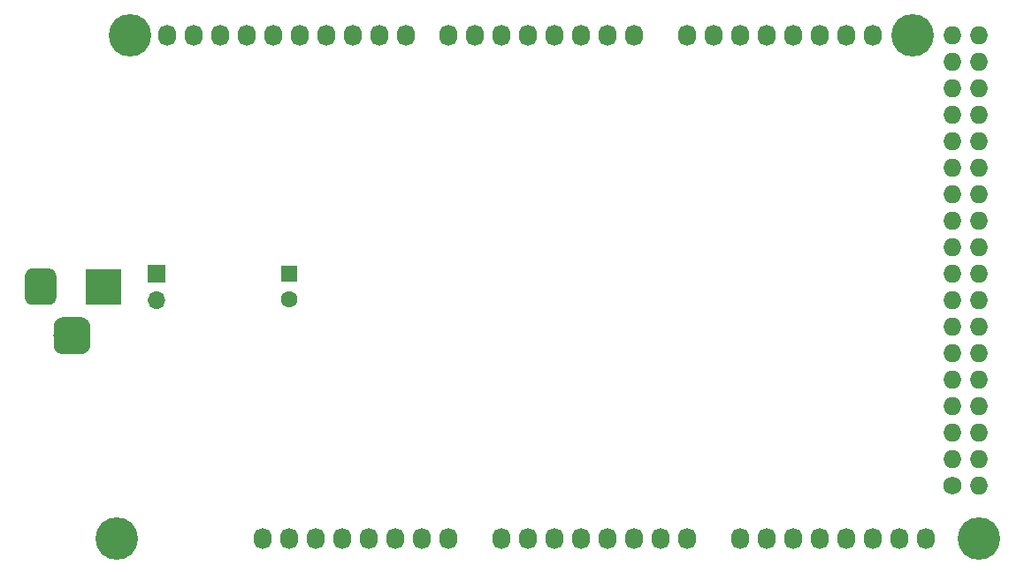
<source format=gbs>
G04 #@! TF.GenerationSoftware,KiCad,Pcbnew,(5.1.2-1)-1*
G04 #@! TF.CreationDate,2019-07-30T03:04:29+09:00*
G04 #@! TF.ProjectId,base-shield,62617365-2d73-4686-9965-6c642e6b6963,rev?*
G04 #@! TF.SameCoordinates,PX6296c50PY74079d0*
G04 #@! TF.FileFunction,Soldermask,Bot*
G04 #@! TF.FilePolarity,Negative*
%FSLAX46Y46*%
G04 Gerber Fmt 4.6, Leading zero omitted, Abs format (unit mm)*
G04 Created by KiCad (PCBNEW (5.1.2-1)-1) date 2019-07-30 03:04:29*
%MOMM*%
%LPD*%
G04 APERTURE LIST*
%ADD10C,1.727200*%
%ADD11O,1.727200X1.727200*%
%ADD12O,1.727200X2.032000*%
%ADD13C,4.064000*%
%ADD14R,1.600000X1.600000*%
%ADD15C,1.600000*%
%ADD16R,3.500000X3.500000*%
%ADD17C,0.100000*%
%ADD18C,3.000000*%
%ADD19C,3.500000*%
%ADD20R,1.700000X1.700000*%
%ADD21O,1.700000X1.700000*%
G04 APERTURE END LIST*
D10*
X93980000Y7620000D03*
D11*
X96520000Y7620000D03*
X93980000Y10160000D03*
X96520000Y10160000D03*
X93980000Y12700000D03*
X96520000Y12700000D03*
X93980000Y15240000D03*
X96520000Y15240000D03*
X93980000Y17780000D03*
X96520000Y17780000D03*
X93980000Y20320000D03*
X96520000Y20320000D03*
X93980000Y22860000D03*
X96520000Y22860000D03*
X93980000Y25400000D03*
X96520000Y25400000D03*
X93980000Y27940000D03*
X96520000Y27940000D03*
X93980000Y30480000D03*
X96520000Y30480000D03*
X93980000Y33020000D03*
X96520000Y33020000D03*
X93980000Y35560000D03*
X96520000Y35560000D03*
X93980000Y38100000D03*
X96520000Y38100000D03*
X93980000Y40640000D03*
X96520000Y40640000D03*
X93980000Y43180000D03*
X96520000Y43180000D03*
X93980000Y45720000D03*
X96520000Y45720000D03*
X93980000Y48260000D03*
X96520000Y48260000D03*
X93980000Y50800000D03*
X96520000Y50800000D03*
D12*
X27940000Y2540000D03*
X30480000Y2540000D03*
X33020000Y2540000D03*
X35560000Y2540000D03*
X38100000Y2540000D03*
X40640000Y2540000D03*
X43180000Y2540000D03*
X45720000Y2540000D03*
X50800000Y2540000D03*
X53340000Y2540000D03*
X55880000Y2540000D03*
X58420000Y2540000D03*
X60960000Y2540000D03*
X63500000Y2540000D03*
X66040000Y2540000D03*
X68580000Y2540000D03*
X73660000Y2540000D03*
X76200000Y2540000D03*
X78740000Y2540000D03*
X81280000Y2540000D03*
X83820000Y2540000D03*
X86360000Y2540000D03*
X88900000Y2540000D03*
X91440000Y2540000D03*
X18796000Y50800000D03*
X21336000Y50800000D03*
X23876000Y50800000D03*
X26416000Y50800000D03*
X28956000Y50800000D03*
X31496000Y50800000D03*
X34036000Y50800000D03*
X36576000Y50800000D03*
X39116000Y50800000D03*
X41656000Y50800000D03*
X45720000Y50800000D03*
X48260000Y50800000D03*
X50800000Y50800000D03*
X53340000Y50800000D03*
X55880000Y50800000D03*
X58420000Y50800000D03*
X60960000Y50800000D03*
X63500000Y50800000D03*
X68580000Y50800000D03*
X71120000Y50800000D03*
X73660000Y50800000D03*
X76200000Y50800000D03*
X78740000Y50800000D03*
X81280000Y50800000D03*
X83820000Y50800000D03*
X86360000Y50800000D03*
D13*
X13970000Y2540000D03*
X96520000Y2540000D03*
X15240000Y50800000D03*
X90170000Y50800000D03*
D14*
X30480000Y27940000D03*
D15*
X30480000Y25440000D03*
D16*
X12700000Y26670000D03*
D17*
G36*
X7523513Y28416389D02*
G01*
X7596318Y28405589D01*
X7667714Y28387705D01*
X7737013Y28362910D01*
X7803548Y28331441D01*
X7866678Y28293602D01*
X7925795Y28249758D01*
X7980330Y28200330D01*
X8029758Y28145795D01*
X8073602Y28086678D01*
X8111441Y28023548D01*
X8142910Y27957013D01*
X8167705Y27887714D01*
X8185589Y27816318D01*
X8196389Y27743513D01*
X8200000Y27670000D01*
X8200000Y25670000D01*
X8196389Y25596487D01*
X8185589Y25523682D01*
X8167705Y25452286D01*
X8142910Y25382987D01*
X8111441Y25316452D01*
X8073602Y25253322D01*
X8029758Y25194205D01*
X7980330Y25139670D01*
X7925795Y25090242D01*
X7866678Y25046398D01*
X7803548Y25008559D01*
X7737013Y24977090D01*
X7667714Y24952295D01*
X7596318Y24934411D01*
X7523513Y24923611D01*
X7450000Y24920000D01*
X5950000Y24920000D01*
X5876487Y24923611D01*
X5803682Y24934411D01*
X5732286Y24952295D01*
X5662987Y24977090D01*
X5596452Y25008559D01*
X5533322Y25046398D01*
X5474205Y25090242D01*
X5419670Y25139670D01*
X5370242Y25194205D01*
X5326398Y25253322D01*
X5288559Y25316452D01*
X5257090Y25382987D01*
X5232295Y25452286D01*
X5214411Y25523682D01*
X5203611Y25596487D01*
X5200000Y25670000D01*
X5200000Y27670000D01*
X5203611Y27743513D01*
X5214411Y27816318D01*
X5232295Y27887714D01*
X5257090Y27957013D01*
X5288559Y28023548D01*
X5326398Y28086678D01*
X5370242Y28145795D01*
X5419670Y28200330D01*
X5474205Y28249758D01*
X5533322Y28293602D01*
X5596452Y28331441D01*
X5662987Y28362910D01*
X5732286Y28387705D01*
X5803682Y28405589D01*
X5876487Y28416389D01*
X5950000Y28420000D01*
X7450000Y28420000D01*
X7523513Y28416389D01*
X7523513Y28416389D01*
G37*
D18*
X6700000Y26670000D03*
D17*
G36*
X10660765Y23715787D02*
G01*
X10745704Y23703187D01*
X10828999Y23682323D01*
X10909848Y23653395D01*
X10987472Y23616681D01*
X11061124Y23572536D01*
X11130094Y23521384D01*
X11193718Y23463718D01*
X11251384Y23400094D01*
X11302536Y23331124D01*
X11346681Y23257472D01*
X11383395Y23179848D01*
X11412323Y23098999D01*
X11433187Y23015704D01*
X11445787Y22930765D01*
X11450000Y22845000D01*
X11450000Y21095000D01*
X11445787Y21009235D01*
X11433187Y20924296D01*
X11412323Y20841001D01*
X11383395Y20760152D01*
X11346681Y20682528D01*
X11302536Y20608876D01*
X11251384Y20539906D01*
X11193718Y20476282D01*
X11130094Y20418616D01*
X11061124Y20367464D01*
X10987472Y20323319D01*
X10909848Y20286605D01*
X10828999Y20257677D01*
X10745704Y20236813D01*
X10660765Y20224213D01*
X10575000Y20220000D01*
X8825000Y20220000D01*
X8739235Y20224213D01*
X8654296Y20236813D01*
X8571001Y20257677D01*
X8490152Y20286605D01*
X8412528Y20323319D01*
X8338876Y20367464D01*
X8269906Y20418616D01*
X8206282Y20476282D01*
X8148616Y20539906D01*
X8097464Y20608876D01*
X8053319Y20682528D01*
X8016605Y20760152D01*
X7987677Y20841001D01*
X7966813Y20924296D01*
X7954213Y21009235D01*
X7950000Y21095000D01*
X7950000Y22845000D01*
X7954213Y22930765D01*
X7966813Y23015704D01*
X7987677Y23098999D01*
X8016605Y23179848D01*
X8053319Y23257472D01*
X8097464Y23331124D01*
X8148616Y23400094D01*
X8206282Y23463718D01*
X8269906Y23521384D01*
X8338876Y23572536D01*
X8412528Y23616681D01*
X8490152Y23653395D01*
X8571001Y23682323D01*
X8654296Y23703187D01*
X8739235Y23715787D01*
X8825000Y23720000D01*
X10575000Y23720000D01*
X10660765Y23715787D01*
X10660765Y23715787D01*
G37*
D19*
X9700000Y21970000D03*
D20*
X17780000Y27940000D03*
D21*
X17780000Y25400000D03*
M02*

</source>
